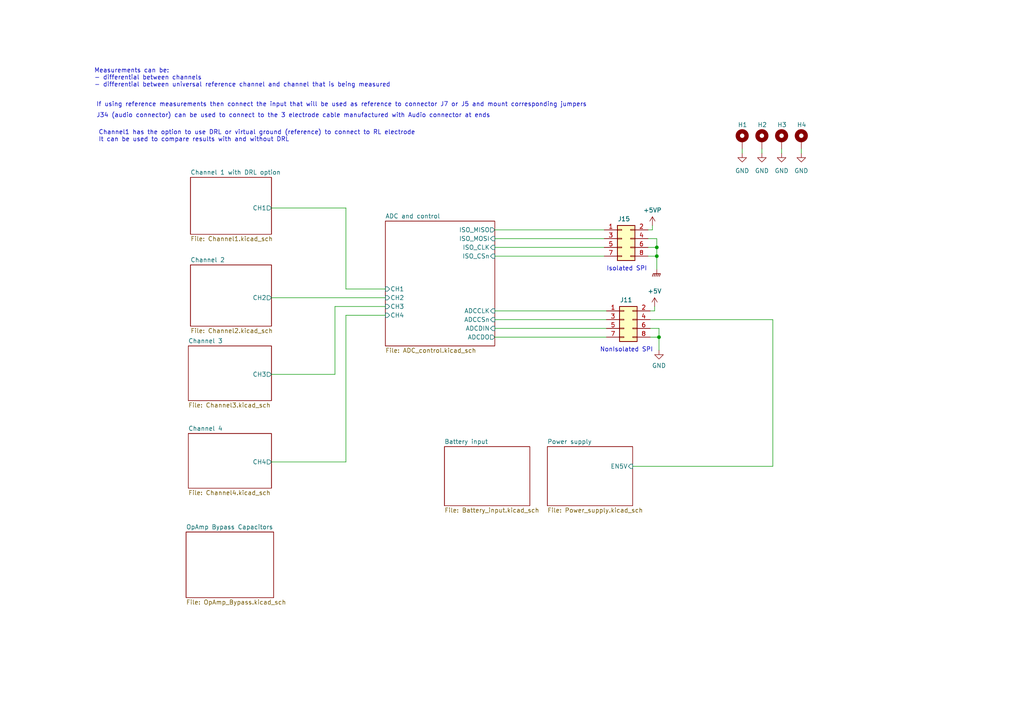
<source format=kicad_sch>
(kicad_sch (version 20231120) (generator "eeschema") (generator_version "8.0")
  (paper "A4")
  (lib_symbols
    (symbol "Connector_Generic:Conn_02x04_Odd_Even" (pin_names (offset 1.016) hide)
      (property "Reference" "J" (at 1.27 5.08 0))
      (property "Value" "Conn_02x04_Odd_Even" (at 1.27 -7.62 0))
      (symbol "Conn_02x04_Odd_Even_1_1"
        (rectangle (start -1.27 -4.953) (end 0 -5.207) (stroke (width 0.1524)))
        (rectangle (start -1.27 -2.413) (end 0 -2.667) (stroke (width 0.1524)))
        (rectangle (start -1.27 0.127) (end 0 -0.127) (stroke (width 0.1524)))
        (rectangle (start -1.27 2.667) (end 0 2.413) (stroke (width 0.1524)))
        (rectangle (start -1.27 3.81) (end 3.81 -6.35) (stroke (width 0.254)) (fill (type background)))
        (rectangle (start 3.81 -4.953) (end 2.54 -5.207) (stroke (width 0.1524)))
        (rectangle (start 3.81 -2.413) (end 2.54 -2.667) (stroke (width 0.1524)))
        (rectangle (start 3.81 0.127) (end 2.54 -0.127) (stroke (width 0.1524)))
        (rectangle (start 3.81 2.667) (end 2.54 2.413) (stroke (width 0.1524)))
        (pin passive line (at -5.08 2.54 0) (length 3.81) (name "Pin_1") (number "1"))
        (pin passive line (at 7.62 2.54 180) (length 3.81) (name "Pin_2") (number "2"))
        (pin passive line (at -5.08 0 0) (length 3.81) (name "Pin_3") (number "3"))
        (pin passive line (at 7.62 0 180) (length 3.81) (name "Pin_4") (number "4"))
        (pin passive line (at -5.08 -2.54 0) (length 3.81) (name "Pin_5") (number "5"))
        (pin passive line (at 7.62 -2.54 180) (length 3.81) (name "Pin_6") (number "6"))
        (pin passive line (at -5.08 -5.08 0) (length 3.81) (name "Pin_7") (number "7"))
        (pin passive line (at 7.62 -5.08 180) (length 3.81) (name "Pin_8") (number "8"))
      )
    )
    (symbol "Mechanical:MountingHole_Pad" (pin_numbers hide) (pin_names (offset 1.016) hide)
      (property "Reference" "H" (at 0 6.35 0))
      (property "Value" "MountingHole_Pad" (at 0 4.445 0))
      (symbol "MountingHole_Pad_0_1"
        (circle (center 0 1.27) (radius 1.27) (stroke (width 1.27)))
      )
      (symbol "MountingHole_Pad_1_1"
        (pin input line (at 0 -2.54 90) (length 2.54) (name "1") (number "1"))
      )
    )
    (symbol "power:+5V" (power) (pin_names (offset 0))
      (property "Value" "+5V" (at 0 3.556 0))
      (symbol "+5V_0_1"
        (polyline (pts (xy -0.762 1.27) (xy 0 2.54)))
        (polyline (pts (xy 0 0) (xy 0 2.54)))
        (polyline (pts (xy 0 2.54) (xy 0.762 1.27)))
      )
      (symbol "+5V_1_1"
        (pin power_in line (at 0 0 90) (length 0) hide (name "+5V") (number "1"))
      )
    )
    (symbol "power:+5VP" (power) (pin_names (offset 0))
      (property "Value" "+5VP" (at 0 3.556 0))
      (symbol "+5VP_0_1"
        (polyline (pts (xy -0.762 1.27) (xy 0 2.54)))
        (polyline (pts (xy 0 0) (xy 0 2.54)))
        (polyline (pts (xy 0 2.54) (xy 0.762 1.27)))
      )
      (symbol "+5VP_1_1"
        (pin power_in line (at 0 0 90) (length 0) hide (name "+5VP") (number "1"))
      )
    )
    (symbol "power:GND" (power) (pin_names (offset 0))
      (property "Value" "GND" (at 0 -3.81 0))
      (symbol "GND_0_1"
        (polyline (pts (xy 0 0) (xy 0 -1.27) (xy 1.27 -1.27) (xy 0 -2.54) (xy -1.27 -1.27) (xy 0 -1.27)))
      )
      (symbol "GND_1_1"
        (pin power_in line (at 0 0 270) (length 0) hide (name "GND") (number "1"))
      )
    )
    (symbol "power:GNDPWR" (power) (pin_names (offset 0))
      (property "Value" "GNDPWR" (at 0 -3.302 0))
      (symbol "GNDPWR_0_1"
        (polyline (pts (xy 0 -1.27) (xy 0 0)))
        (polyline (pts (xy -1.016 -1.27) (xy -1.27 -2.032) (xy -1.27 -2.032)) (stroke (width 0.2032)))
        (polyline (pts (xy -0.508 -1.27) (xy -0.762 -2.032) (xy -0.762 -2.032)) (stroke (width 0.2032)))
        (polyline (pts (xy 0 -1.27) (xy -0.254 -2.032) (xy -0.254 -2.032)) (stroke (width 0.2032)))
        (polyline (pts (xy 0.508 -1.27) (xy 0.254 -2.032) (xy 0.254 -2.032)) (stroke (width 0.2032)))
        (polyline (pts (xy 1.016 -1.27) (xy -1.016 -1.27) (xy -1.016 -1.27)) (stroke (width 0.2032)))
        (polyline (pts (xy 1.016 -1.27) (xy 0.762 -2.032) (xy 0.762 -2.032) (xy 0.762 -2.032)) (stroke (width 0.2032)))
      )
      (symbol "GNDPWR_1_1"
        (pin power_in line (at 0 0 270) (length 0) hide (name "GNDPWR") (number "1"))
      )
    )
  )
  (junction (at 190.5 71.755))
  (junction (at 191.135 97.79))
  (junction (at 190.5 74.295))
  (wire (pts (xy 224.155 135.255) (xy 224.155 92.71)))
  (wire (pts (xy 220.98 44.45) (xy 220.98 43.18)))
  (wire (pts (xy 183.515 135.255) (xy 224.155 135.255)))
  (wire (pts (xy 187.96 69.215) (xy 190.5 69.215)))
  (wire (pts (xy 215.265 44.45) (xy 215.265 43.18)))
  (wire (pts (xy 97.155 88.9) (xy 111.76 88.9)))
  (wire (pts (xy 190.5 71.755) (xy 190.5 74.295)))
  (wire (pts (xy 143.51 90.17) (xy 175.895 90.17)))
  (wire (pts (xy 97.155 108.585) (xy 97.155 88.9)))
  (wire (pts (xy 191.135 97.79) (xy 191.135 101.6)))
  (wire (pts (xy 187.96 66.675) (xy 189.23 66.675)))
  (wire (pts (xy 188.595 95.25) (xy 191.135 95.25)))
  (wire (pts (xy 78.74 108.585) (xy 97.155 108.585)))
  (wire (pts (xy 111.76 91.44) (xy 100.33 91.44)))
  (wire (pts (xy 143.51 97.79) (xy 175.895 97.79)))
  (wire (pts (xy 100.33 91.44) (xy 100.33 133.985)))
  (wire (pts (xy 232.41 44.45) (xy 232.41 43.18)))
  (wire (pts (xy 143.51 71.755) (xy 175.26 71.755)))
  (wire (pts (xy 187.96 74.295) (xy 190.5 74.295)))
  (wire (pts (xy 143.51 74.295) (xy 175.26 74.295)))
  (wire (pts (xy 190.5 69.215) (xy 190.5 71.755)))
  (wire (pts (xy 188.595 92.71) (xy 224.155 92.71)))
  (wire (pts (xy 189.865 88.9) (xy 189.865 90.17)))
  (wire (pts (xy 187.96 71.755) (xy 190.5 71.755)))
  (wire (pts (xy 78.74 86.36) (xy 111.76 86.36)))
  (wire (pts (xy 143.51 66.675) (xy 175.26 66.675)))
  (wire (pts (xy 226.695 44.45) (xy 226.695 43.18)))
  (wire (pts (xy 188.595 90.17) (xy 189.865 90.17)))
  (wire (pts (xy 143.51 69.215) (xy 175.26 69.215)))
  (wire (pts (xy 188.595 97.79) (xy 191.135 97.79)))
  (wire (pts (xy 143.51 95.25) (xy 175.895 95.25)))
  (wire (pts (xy 189.23 65.405) (xy 189.23 66.675)))
  (wire (pts (xy 190.5 74.295) (xy 190.5 78.105)))
  (wire (pts (xy 100.33 60.325) (xy 100.33 83.82)))
  (wire (pts (xy 78.74 60.325) (xy 100.33 60.325)))
  (wire (pts (xy 100.33 83.82) (xy 111.76 83.82)))
  (wire (pts (xy 143.51 92.71) (xy 175.895 92.71)))
  (wire (pts (xy 191.135 95.25) (xy 191.135 97.79)))
  (wire (pts (xy 100.33 133.985) (xy 78.74 133.985)))
  (text "Isolated SPI" (at 175.895 78.74 0) (effects (font (size 1.27 1.27)) (justify left bottom)))
  (text "Measurements can be: \n- differential between channels\n- differential between universal reference channel and channel that is being measured\n" (at 27.305 25.4 0) (effects (font (size 1.27 1.27)) (justify left bottom)))
  (text "If using reference measurements then connect the input that will be used as reference to connector J7 or J5 and mount corresponding jumpers\n" (at 27.94 31.115 0) (effects (font (size 1.27 1.27)) (justify left bottom)))
  (text "NonIsolated SPI\n" (at 173.99 102.235 0) (effects (font (size 1.27 1.27)) (justify left bottom)))
  (text "J34 (audio connector) can be used to connect to the 3 electrode cable manufactured with Audio connector at ends" (at 27.94 34.29 0) (effects (font (size 1.27 1.27)) (justify left bottom)))
  (text "Channel1 has the option to use DRL or virtual ground (reference) to connect to RL electrode\nIt can be used to compare results with and without DRL" (at 28.575 41.275 0) (effects (font (size 1.27 1.27)) (justify left bottom)))
  (symbol (lib_id "Mechanical:MountingHole_Pad") (at 226.695 40.64 0) (unit 1)
    (property "Reference" "H3" (at 225.425 36.195 0) (effects (justify left)))
    (property "Value" "MountingHole_Pad" (effects (hide yes)))
    (property "Footprint" "MountingHole:MountingHole_3.2mm_M3_Pad_Via" (effects (hide yes)))
  )
  (symbol (lib_id "Mechanical:MountingHole_Pad") (at 232.41 40.64 0) (unit 1)
    (property "Reference" "H4" (at 231.14 36.195 0) (effects (justify left)))
    (property "Value" "MountingHole_Pad" (effects (hide yes)))
    (property "Footprint" "MountingHole:MountingHole_3.2mm_M3_Pad_Via" (effects (hide yes)))
  )
  (symbol (lib_id "power:GND") (at 220.98 44.45 0) (unit 1)
    (property "Reference" "#PWR033" (effects (hide yes)))
    (property "Value" "GND" (at 220.98 49.53 0))
  )
  (symbol (lib_id "Mechanical:MountingHole_Pad") (at 220.98 40.64 0) (unit 1)
    (property "Reference" "H2" (at 219.71 36.195 0) (effects (justify left)))
    (property "Value" "MountingHole_Pad" (effects (hide yes)))
    (property "Footprint" "MountingHole:MountingHole_3.2mm_M3_Pad_Via" (effects (hide yes)))
  )
  (symbol (lib_id "Mechanical:MountingHole_Pad") (at 215.265 40.64 0) (unit 1)
    (property "Reference" "H1" (at 213.995 36.195 0) (effects (justify left)))
    (property "Value" "MountingHole_Pad" (effects (hide yes)))
    (property "Footprint" "MountingHole:MountingHole_3.2mm_M3_Pad_Via" (effects (hide yes)))
  )
  (symbol (lib_id "power:+5VP") (at 189.23 65.405 0) (unit 1)
    (property "Reference" "#PWR09" (effects (hide yes)))
    (property "Value" "+5VP" (at 189.23 60.96 0))
  )
  (symbol (lib_id "power:GND") (at 191.135 101.6 0) (unit 1)
    (property "Reference" "#PWR091" (effects (hide yes)))
    (property "Value" "GND" (at 191.135 106.045 0))
  )
  (symbol (lib_id "power:GNDPWR") (at 190.5 78.105 0) (unit 1)
    (property "Reference" "#PWR010" (effects (hide yes)))
    (property "Value" "GNDPWR" (effects (hide yes)))
  )
  (symbol (lib_id "Connector_Generic:Conn_02x04_Odd_Even") (at 180.34 69.215 0) (unit 1)
    (property "Reference" "J15" (at 180.975 63.5 0))
    (property "Value" "Conn_02x04_Odd_Even" (effects (hide yes)))
    (property "Footprint" "Connector_PinHeader_2.54mm:PinHeader_2x04_P2.54mm_Vertical" (effects (hide yes)))
    (property "JLCPCB Price" "-" (effects (hide yes)))
    (property "JLCPCB Type" "-" (effects (hide yes)))
    (property "LCSC Part #" "-" (effects (hide yes)))
  )
  (symbol (lib_id "Connector_Generic:Conn_02x04_Odd_Even") (at 180.975 92.71 0) (unit 1)
    (property "Reference" "J11" (at 181.61 86.995 0))
    (property "Value" "Conn_02x04_Odd_Even" (effects (hide yes)))
    (property "Footprint" "Connector_PinHeader_2.54mm:PinHeader_2x04_P2.54mm_Vertical" (effects (hide yes)))
    (property "JLCPCB Price" "-" (effects (hide yes)))
    (property "JLCPCB Type" "-" (effects (hide yes)))
    (property "LCSC Part #" "-" (effects (hide yes)))
  )
  (symbol (lib_id "power:GND") (at 226.695 44.45 0) (unit 1)
    (property "Reference" "#PWR039" (effects (hide yes)))
    (property "Value" "GND" (at 226.695 49.53 0))
  )
  (symbol (lib_id "power:GND") (at 215.265 44.45 0) (unit 1)
    (property "Reference" "#PWR029" (effects (hide yes)))
    (property "Value" "GND" (at 215.265 49.53 0))
  )
  (symbol (lib_id "power:GND") (at 232.41 44.45 0) (unit 1)
    (property "Reference" "#PWR041" (effects (hide yes)))
    (property "Value" "GND" (at 232.41 49.53 0))
  )
  (symbol (lib_id "power:+5V") (at 189.865 88.9 0) (unit 1)
    (property "Reference" "#PWR089" (effects (hide yes)))
    (property "Value" "+5V" (at 189.865 84.455 0))
  )
  (sheet (at 54.61 125.73) (size 24.13 15.875) (stroke (width 0.1524))
    (property "Sheetname" "Channel 4" (at 54.61 125.0184 0) (effects (justify left bottom)))
    (property "Sheetfile" "Channel4.kicad_sch" (at 54.61 142.1896 0) (effects (justify left top)))
    (pin "CH4" output (at 78.74 133.985 0))
  )
  (sheet (at 55.245 76.835) (size 23.495 17.78) (stroke (width 0.1524))
    (property "Sheetname" "Channel 2" (at 55.245 76.1234 0) (effects (justify left bottom)))
    (property "Sheetfile" "Channel2.kicad_sch" (at 55.245 95.1996 0) (effects (justify left top)))
    (pin "CH2" output (at 78.74 86.36 0))
  )
  (sheet (at 53.975 154.305) (size 25.4 19.05) (stroke (width 0.1524))
    (property "Sheetname" "OpAmp Bypass Capacitors" (at 53.975 153.5934 0) (effects (justify left bottom)))
    (property "Sheetfile" "OpAmp_Bypass.kicad_sch" (at 53.975 173.9396 0) (effects (justify left top)))
  )
  (sheet (at 111.76 64.135) (size 31.75 36.195) (stroke (width 0.1524))
    (property "Sheetname" "ADC and control" (at 111.76 63.4234 0) (effects (justify left bottom)))
    (property "Sheetfile" "ADC_control.kicad_sch" (at 111.76 100.9146 0) (effects (justify left top)))
    (pin "CH1" input (at 111.76 83.82 180))
    (pin "CH2" input (at 111.76 86.36 180))
    (pin "CH3" input (at 111.76 88.9 180))
    (pin "CH4" input (at 111.76 91.44 180))
    (pin "ISO_MOSI" input (at 143.51 69.215 0))
    (pin "ISO_CLK" input (at 143.51 71.755 0))
    (pin "ISO_CSn" input (at 143.51 74.295 0))
    (pin "ISO_MISO" output (at 143.51 66.675 0))
    (pin "ADCDO" output (at 143.51 97.79 0))
    (pin "ADCCSn" input (at 143.51 92.71 0))
    (pin "ADCCLK" input (at 143.51 90.17 0))
    (pin "ADCDIN" input (at 143.51 95.25 0))
  )
  (sheet (at 158.75 129.54) (size 24.765 17.145) (stroke (width 0.1524))
    (property "Sheetname" "Power supply" (at 158.75 128.8284 0) (effects (justify left bottom)))
    (property "Sheetfile" "Power_supply.kicad_sch" (at 158.75 147.2696 0) (effects (justify left top)))
    (pin "EN5V" input (at 183.515 135.255 0))
  )
  (sheet (at 128.905 129.54) (size 24.765 17.145) (stroke (width 0.1524))
    (property "Sheetname" "Battery input" (at 128.905 128.8284 0) (effects (justify left bottom)))
    (property "Sheetfile" "Battery_input.kicad_sch" (at 128.905 147.2696 0) (effects (justify left top)))
  )
  (sheet (at 54.61 100.33) (size 24.13 15.875) (stroke (width 0.1524))
    (property "Sheetname" "Channel 3" (at 54.61 99.6184 0) (effects (justify left bottom)))
    (property "Sheetfile" "Channel3.kicad_sch" (at 54.61 116.7896 0) (effects (justify left top)))
    (pin "CH3" output (at 78.74 108.585 0))
  )
  (sheet (at 55.245 51.435) (size 23.495 16.51) (stroke (width 0.1524))
    (property "Sheetname" "Channel 1 with DRL option" (at 55.245 50.7234 0) (effects (justify left bottom)))
    (property "Sheetfile" "Channel1.kicad_sch" (at 55.245 68.5296 0) (effects (justify left top)))
    (pin "CH1" output (at 78.74 60.325 0))
  )
)
</source>
